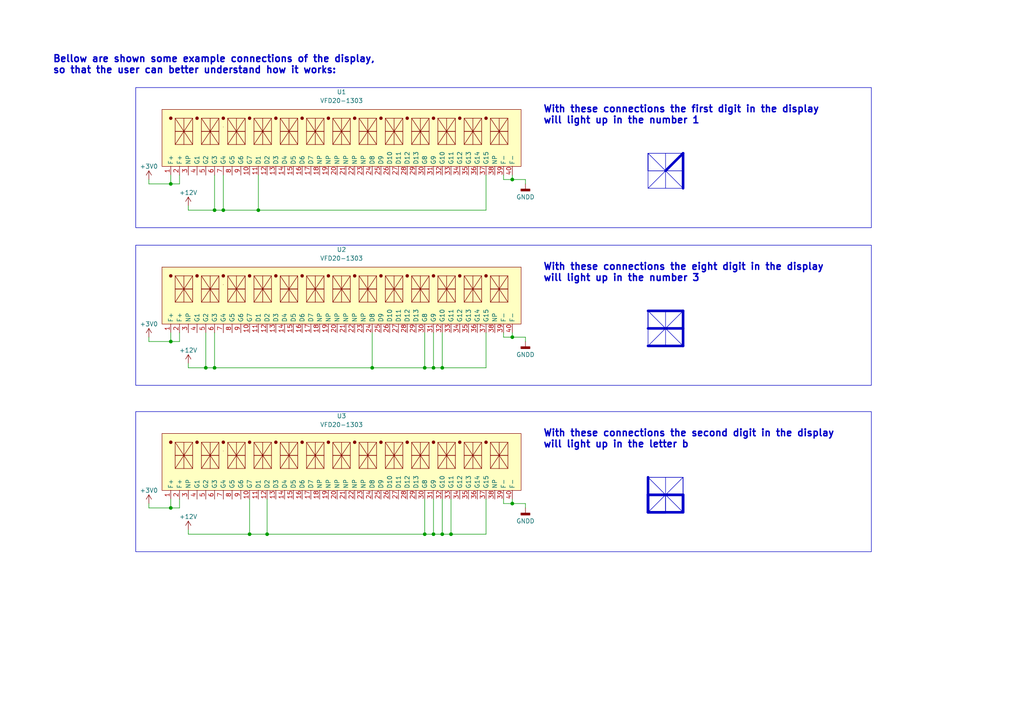
<source format=kicad_sch>
(kicad_sch (version 20230121) (generator eeschema)

  (uuid e5dc7888-b63e-4a2c-b8ff-9959e9031c49)

  (paper "A4")

  (lib_symbols
    (symbol "display:VFD" (in_bom yes) (on_board yes)
      (property "Reference" "U" (at 73.66 12.7 0)
        (effects (font (size 1.27 1.27)))
      )
      (property "Value" "VFD" (at -26.67 12.7 0)
        (effects (font (size 1.27 1.27)))
      )
      (property "Footprint" "" (at 0 0 0)
        (effects (font (size 1.27 1.27)) hide)
      )
      (property "Datasheet" "" (at 0 0 0)
        (effects (font (size 1.27 1.27)) hide)
      )
      (symbol "VFD_1_1"
        (rectangle (start -29.21 11.43) (end 74.93 -5.08)
          (stroke (width 0) (type default))
          (fill (type background))
        )
        (circle (center -26.67 8.89) (radius 0.0001)
          (stroke (width 0.5) (type default))
          (fill (type none))
        )
        (rectangle (start -25.4 5.08) (end -20.32 1.27)
          (stroke (width 0) (type default))
          (fill (type none))
        )
        (rectangle (start -25.4 8.89) (end -20.32 5.08)
          (stroke (width 0) (type default))
          (fill (type none))
        )
        (circle (center -19.05 8.89) (radius 0.0001)
          (stroke (width 0.5) (type default))
          (fill (type none))
        )
        (rectangle (start -17.78 5.08) (end -12.7 1.27)
          (stroke (width 0) (type default))
          (fill (type none))
        )
        (rectangle (start -17.78 8.89) (end -12.7 5.08)
          (stroke (width 0) (type default))
          (fill (type none))
        )
        (rectangle (start -11.43 6.35) (end -11.43 6.35)
          (stroke (width 0) (type default))
          (fill (type none))
        )
        (circle (center -11.43 8.89) (radius 0.0001)
          (stroke (width 0.5) (type default))
          (fill (type none))
        )
        (rectangle (start -10.16 5.08) (end -5.08 1.27)
          (stroke (width 0) (type default))
          (fill (type none))
        )
        (rectangle (start -10.16 8.89) (end -5.08 5.08)
          (stroke (width 0) (type default))
          (fill (type none))
        )
        (circle (center -3.81 8.89) (radius 0.0001)
          (stroke (width 0.5) (type default))
          (fill (type none))
        )
        (rectangle (start -2.54 5.08) (end 2.54 1.27)
          (stroke (width 0) (type default))
          (fill (type none))
        )
        (rectangle (start -2.54 8.89) (end 2.54 5.08)
          (stroke (width 0) (type default))
          (fill (type none))
        )
        (polyline
          (pts
            (xy -25.4 8.89)
            (xy -20.32 1.27)
          )
          (stroke (width 0) (type default))
          (fill (type none))
        )
        (polyline
          (pts
            (xy -22.86 8.89)
            (xy -22.86 1.27)
          )
          (stroke (width 0) (type default))
          (fill (type none))
        )
        (polyline
          (pts
            (xy -20.32 8.89)
            (xy -25.4 1.27)
          )
          (stroke (width 0) (type default))
          (fill (type none))
        )
        (polyline
          (pts
            (xy -17.78 8.89)
            (xy -12.7 1.27)
          )
          (stroke (width 0) (type default))
          (fill (type none))
        )
        (polyline
          (pts
            (xy -15.24 8.89)
            (xy -15.24 1.27)
          )
          (stroke (width 0) (type default))
          (fill (type none))
        )
        (polyline
          (pts
            (xy -12.7 8.89)
            (xy -17.78 1.27)
          )
          (stroke (width 0) (type default))
          (fill (type none))
        )
        (polyline
          (pts
            (xy -10.16 8.89)
            (xy -5.08 1.27)
          )
          (stroke (width 0) (type default))
          (fill (type none))
        )
        (polyline
          (pts
            (xy -7.62 8.89)
            (xy -7.62 1.27)
          )
          (stroke (width 0) (type default))
          (fill (type none))
        )
        (polyline
          (pts
            (xy -5.08 8.89)
            (xy -10.16 1.27)
          )
          (stroke (width 0) (type default))
          (fill (type none))
        )
        (polyline
          (pts
            (xy -2.54 8.89)
            (xy 2.54 1.27)
          )
          (stroke (width 0) (type default))
          (fill (type none))
        )
        (polyline
          (pts
            (xy 0 8.89)
            (xy 0 1.27)
          )
          (stroke (width 0) (type default))
          (fill (type none))
        )
        (polyline
          (pts
            (xy 2.54 8.89)
            (xy -2.54 1.27)
          )
          (stroke (width 0) (type default))
          (fill (type none))
        )
        (polyline
          (pts
            (xy 5.08 8.89)
            (xy 10.16 1.27)
          )
          (stroke (width 0) (type default))
          (fill (type none))
        )
        (polyline
          (pts
            (xy 7.62 8.89)
            (xy 7.62 1.27)
          )
          (stroke (width 0) (type default))
          (fill (type none))
        )
        (polyline
          (pts
            (xy 10.16 8.89)
            (xy 5.08 1.27)
          )
          (stroke (width 0) (type default))
          (fill (type none))
        )
        (polyline
          (pts
            (xy 12.7 8.89)
            (xy 17.78 1.27)
          )
          (stroke (width 0) (type default))
          (fill (type none))
        )
        (polyline
          (pts
            (xy 15.24 8.89)
            (xy 15.24 1.27)
          )
          (stroke (width 0) (type default))
          (fill (type none))
        )
        (polyline
          (pts
            (xy 17.78 8.89)
            (xy 12.7 1.27)
          )
          (stroke (width 0) (type default))
          (fill (type none))
        )
        (polyline
          (pts
            (xy 20.32 8.89)
            (xy 25.4 1.27)
          )
          (stroke (width 0) (type default))
          (fill (type none))
        )
        (polyline
          (pts
            (xy 22.86 8.89)
            (xy 22.86 1.27)
          )
          (stroke (width 0) (type default))
          (fill (type none))
        )
        (polyline
          (pts
            (xy 25.4 8.89)
            (xy 20.32 1.27)
          )
          (stroke (width 0) (type default))
          (fill (type none))
        )
        (polyline
          (pts
            (xy 27.94 8.89)
            (xy 33.02 1.27)
          )
          (stroke (width 0) (type default))
          (fill (type none))
        )
        (polyline
          (pts
            (xy 30.48 8.89)
            (xy 30.48 1.27)
          )
          (stroke (width 0) (type default))
          (fill (type none))
        )
        (polyline
          (pts
            (xy 33.02 8.89)
            (xy 27.94 1.27)
          )
          (stroke (width 0) (type default))
          (fill (type none))
        )
        (polyline
          (pts
            (xy 35.56 8.89)
            (xy 40.64 1.27)
          )
          (stroke (width 0) (type default))
          (fill (type none))
        )
        (polyline
          (pts
            (xy 38.1 8.89)
            (xy 38.1 1.27)
          )
          (stroke (width 0) (type default))
          (fill (type none))
        )
        (polyline
          (pts
            (xy 40.64 8.89)
            (xy 35.56 1.27)
          )
          (stroke (width 0) (type default))
          (fill (type none))
        )
        (polyline
          (pts
            (xy 43.18 8.89)
            (xy 48.26 1.27)
          )
          (stroke (width 0) (type default))
          (fill (type none))
        )
        (polyline
          (pts
            (xy 45.72 8.89)
            (xy 45.72 1.27)
          )
          (stroke (width 0) (type default))
          (fill (type none))
        )
        (polyline
          (pts
            (xy 48.26 8.89)
            (xy 43.18 1.27)
          )
          (stroke (width 0) (type default))
          (fill (type none))
        )
        (polyline
          (pts
            (xy 50.8 8.89)
            (xy 55.88 1.27)
          )
          (stroke (width 0) (type default))
          (fill (type none))
        )
        (polyline
          (pts
            (xy 53.34 8.89)
            (xy 53.34 1.27)
          )
          (stroke (width 0) (type default))
          (fill (type none))
        )
        (polyline
          (pts
            (xy 55.88 8.89)
            (xy 50.8 1.27)
          )
          (stroke (width 0) (type default))
          (fill (type none))
        )
        (polyline
          (pts
            (xy 58.42 8.89)
            (xy 63.5 1.27)
          )
          (stroke (width 0) (type default))
          (fill (type none))
        )
        (polyline
          (pts
            (xy 60.96 8.89)
            (xy 60.96 1.27)
          )
          (stroke (width 0) (type default))
          (fill (type none))
        )
        (polyline
          (pts
            (xy 63.5 8.89)
            (xy 58.42 1.27)
          )
          (stroke (width 0) (type default))
          (fill (type none))
        )
        (polyline
          (pts
            (xy 66.04 8.89)
            (xy 71.12 1.27)
          )
          (stroke (width 0) (type default))
          (fill (type none))
        )
        (polyline
          (pts
            (xy 68.58 8.89)
            (xy 68.58 1.27)
          )
          (stroke (width 0) (type default))
          (fill (type none))
        )
        (polyline
          (pts
            (xy 71.12 8.89)
            (xy 66.04 1.27)
          )
          (stroke (width 0) (type default))
          (fill (type none))
        )
        (circle (center 3.81 8.89) (radius 0.0001)
          (stroke (width 0.5) (type default))
          (fill (type none))
        )
        (rectangle (start 5.08 5.08) (end 10.16 1.27)
          (stroke (width 0) (type default))
          (fill (type none))
        )
        (rectangle (start 5.08 8.89) (end 10.16 5.08)
          (stroke (width 0) (type default))
          (fill (type none))
        )
        (circle (center 11.43 8.89) (radius 0.0001)
          (stroke (width 0.5) (type default))
          (fill (type none))
        )
        (rectangle (start 12.7 5.08) (end 17.78 1.27)
          (stroke (width 0) (type default))
          (fill (type none))
        )
        (rectangle (start 12.7 8.89) (end 17.78 5.08)
          (stroke (width 0) (type default))
          (fill (type none))
        )
        (circle (center 19.05 8.89) (radius 0.0001)
          (stroke (width 0.5) (type default))
          (fill (type none))
        )
        (rectangle (start 20.32 5.08) (end 25.4 1.27)
          (stroke (width 0) (type default))
          (fill (type none))
        )
        (rectangle (start 20.32 8.89) (end 25.4 5.08)
          (stroke (width 0) (type default))
          (fill (type none))
        )
        (circle (center 26.67 8.89) (radius 0.0001)
          (stroke (width 0.5) (type default))
          (fill (type none))
        )
        (rectangle (start 27.94 5.08) (end 33.02 1.27)
          (stroke (width 0) (type default))
          (fill (type none))
        )
        (rectangle (start 27.94 8.89) (end 33.02 5.08)
          (stroke (width 0) (type default))
          (fill (type none))
        )
        (circle (center 34.29 8.89) (radius 0.0001)
          (stroke (width 0.5) (type default))
          (fill (type none))
        )
        (rectangle (start 35.56 5.08) (end 40.64 1.27)
          (stroke (width 0) (type default))
          (fill (type none))
        )
        (rectangle (start 35.56 8.89) (end 40.64 5.08)
          (stroke (width 0) (type default))
          (fill (type none))
        )
        (circle (center 41.91 8.89) (radius 0.0001)
          (stroke (width 0.5) (type default))
          (fill (type none))
        )
        (rectangle (start 43.18 5.08) (end 48.26 1.27)
          (stroke (width 0) (type default))
          (fill (type none))
        )
        (rectangle (start 43.18 8.89) (end 48.26 5.08)
          (stroke (width 0) (type default))
          (fill (type none))
        )
        (circle (center 49.53 8.89) (radius 0.0001)
          (stroke (width 0.5) (type default))
          (fill (type none))
        )
        (rectangle (start 50.8 5.08) (end 55.88 1.27)
          (stroke (width 0) (type default))
          (fill (type none))
        )
        (rectangle (start 50.8 8.89) (end 55.88 5.08)
          (stroke (width 0) (type default))
          (fill (type none))
        )
        (circle (center 57.15 8.89) (radius 0.0001)
          (stroke (width 0.5) (type default))
          (fill (type none))
        )
        (rectangle (start 58.42 5.08) (end 63.5 1.27)
          (stroke (width 0) (type default))
          (fill (type none))
        )
        (rectangle (start 58.42 8.89) (end 63.5 5.08)
          (stroke (width 0) (type default))
          (fill (type none))
        )
        (circle (center 64.77 8.89) (radius 0.0001)
          (stroke (width 0.5) (type default))
          (fill (type none))
        )
        (rectangle (start 66.04 5.08) (end 71.12 1.27)
          (stroke (width 0) (type default))
          (fill (type none))
        )
        (rectangle (start 66.04 8.89) (end 71.12 5.08)
          (stroke (width 0) (type default))
          (fill (type none))
        )
        (pin power_in line (at -26.67 -7.62 90) (length 2.54)
          (name "F+" (effects (font (size 1.27 1.27))))
          (number "1" (effects (font (size 1.27 1.27))))
        )
        (pin input line (at -3.81 -7.62 90) (length 2.54)
          (name "G7" (effects (font (size 1.27 1.27))))
          (number "10" (effects (font (size 1.27 1.27))))
        )
        (pin input line (at -1.27 -7.62 90) (length 2.54)
          (name "D1" (effects (font (size 1.27 1.27))))
          (number "11" (effects (font (size 1.27 1.27))))
        )
        (pin input line (at 1.27 -7.62 90) (length 2.54)
          (name "D2" (effects (font (size 1.27 1.27))))
          (number "12" (effects (font (size 1.27 1.27))))
        )
        (pin input line (at 3.81 -7.62 90) (length 2.54)
          (name "D3" (effects (font (size 1.27 1.27))))
          (number "13" (effects (font (size 1.27 1.27))))
        )
        (pin input line (at 6.35 -7.62 90) (length 2.54)
          (name "D4" (effects (font (size 1.27 1.27))))
          (number "14" (effects (font (size 1.27 1.27))))
        )
        (pin input line (at 8.89 -7.62 90) (length 2.54)
          (name "D5" (effects (font (size 1.27 1.27))))
          (number "15" (effects (font (size 1.27 1.27))))
        )
        (pin input line (at 11.43 -7.62 90) (length 2.54)
          (name "D6" (effects (font (size 1.27 1.27))))
          (number "16" (effects (font (size 1.27 1.27))))
        )
        (pin input line (at 13.97 -7.62 90) (length 2.54)
          (name "D7" (effects (font (size 1.27 1.27))))
          (number "17" (effects (font (size 1.27 1.27))))
        )
        (pin passive line (at 16.51 -7.62 90) (length 2.54)
          (name "NP" (effects (font (size 1.27 1.27))))
          (number "18" (effects (font (size 1.27 1.27))))
        )
        (pin passive line (at 19.05 -7.62 90) (length 2.54)
          (name "NP" (effects (font (size 1.27 1.27))))
          (number "19" (effects (font (size 1.27 1.27))))
        )
        (pin power_in line (at -24.13 -7.62 90) (length 2.54)
          (name "F+" (effects (font (size 1.27 1.27))))
          (number "2" (effects (font (size 1.27 1.27))))
        )
        (pin passive line (at 21.59 -7.62 90) (length 2.54)
          (name "NP" (effects (font (size 1.27 1.27))))
          (number "20" (effects (font (size 1.27 1.27))))
        )
        (pin passive line (at 24.13 -7.62 90) (length 2.54)
          (name "NP" (effects (font (size 1.27 1.27))))
          (number "21" (effects (font (size 1.27 1.27))))
        )
        (pin passive line (at 26.67 -7.62 90) (length 2.54)
          (name "NP" (effects (font (size 1.27 1.27))))
          (number "22" (effects (font (size 1.27 1.27))))
        )
        (pin passive line (at 29.21 -7.62 90) (length 2.54)
          (name "NP" (effects (font (size 1.27 1.27))))
          (number "23" (effects (font (size 1.27 1.27))))
        )
        (pin input line (at 31.75 -7.62 90) (length 2.54)
          (name "D8" (effects (font (size 1.27 1.27))))
          (number "24" (effects (font (size 1.27 1.27))))
        )
        (pin input line (at 34.29 -7.62 90) (length 2.54)
          (name "D9" (effects (font (size 1.27 1.27))))
          (number "25" (effects (font (size 1.27 1.27))))
        )
        (pin input line (at 36.83 -7.62 90) (length 2.54)
          (name "D10" (effects (font (size 1.27 1.27))))
          (number "26" (effects (font (size 1.27 1.27))))
        )
        (pin input line (at 39.37 -7.62 90) (length 2.54)
          (name "D11" (effects (font (size 1.27 1.27))))
          (number "27" (effects (font (size 1.27 1.27))))
        )
        (pin input line (at 41.91 -7.62 90) (length 2.54)
          (name "D12" (effects (font (size 1.27 1.27))))
          (number "28" (effects (font (size 1.27 1.27))))
        )
        (pin input line (at 44.45 -7.62 90) (length 2.54)
          (name "D13" (effects (font (size 1.27 1.27))))
          (number "29" (effects (font (size 1.27 1.27))))
        )
        (pin passive line (at -21.59 -7.62 90) (length 2.54)
          (name "NP" (effects (font (size 1.27 1.27))))
          (number "3" (effects (font (size 1.27 1.27))))
        )
        (pin input line (at 46.99 -7.62 90) (length 2.54)
          (name "G8" (effects (font (size 1.27 1.27))))
          (number "30" (effects (font (size 1.27 1.27))))
        )
        (pin input line (at 49.53 -7.62 90) (length 2.54)
          (name "G9" (effects (font (size 1.27 1.27))))
          (number "31" (effects (font (size 1.27 1.27))))
        )
        (pin input line (at 52.07 -7.62 90) (length 2.54)
          (name "G10" (effects (font (size 1.27 1.27))))
          (number "32" (effects (font (size 1.27 1.27))))
        )
        (pin input line (at 54.61 -7.62 90) (length 2.54)
          (name "G11" (effects (font (size 1.27 1.27))))
          (number "33" (effects (font (size 1.27 1.27))))
        )
        (pin input line (at 57.15 -7.62 90) (length 2.54)
          (name "G12" (effects (font (size 1.27 1.27))))
          (number "34" (effects (font (size 1.27 1.27))))
        )
        (pin input line (at 59.69 -7.62 90) (length 2.54)
          (name "G13" (effects (font (size 1.27 1.27))))
          (number "35" (effects (font (size 1.27 1.27))))
        )
        (pin input line (at 62.23 -7.62 90) (length 2.54)
          (name "G14" (effects (font (size 1.27 1.27))))
          (number "36" (effects (font (size 1.27 1.27))))
        )
        (pin input line (at 64.77 -7.62 90) (length 2.54)
          (name "G15" (effects (font (size 1.27 1.27))))
          (number "37" (effects (font (size 1.27 1.27))))
        )
        (pin passive line (at 67.31 -7.62 90) (length 2.54)
          (name "NP" (effects (font (size 1.27 1.27))))
          (number "38" (effects (font (size 1.27 1.27))))
        )
        (pin power_in line (at 69.85 -7.62 90) (length 2.54)
          (name "F-" (effects (font (size 1.27 1.27))))
          (number "39" (effects (font (size 1.27 1.27))))
        )
        (pin input line (at -19.05 -7.62 90) (length 2.54)
          (name "G1" (effects (font (size 1.27 1.27))))
          (number "4" (effects (font (size 1.27 1.27))))
        )
        (pin power_in line (at 72.39 -7.62 90) (length 2.54)
          (name "F-" (effects (font (size 1.27 1.27))))
          (number "40" (effects (font (size 1.27 1.27))))
        )
        (pin input line (at -16.51 -7.62 90) (length 2.54)
          (name "G2" (effects (font (size 1.27 1.27))))
          (number "5" (effects (font (size 1.27 1.27))))
        )
        (pin input line (at -13.97 -7.62 90) (length 2.54)
          (name "G3" (effects (font (size 1.27 1.27))))
          (number "6" (effects (font (size 1.27 1.27))))
        )
        (pin input line (at -11.43 -7.62 90) (length 2.54)
          (name "G4" (effects (font (size 1.27 1.27))))
          (number "7" (effects (font (size 1.27 1.27))))
        )
        (pin input line (at -8.89 -7.62 90) (length 2.54)
          (name "G5" (effects (font (size 1.27 1.27))))
          (number "8" (effects (font (size 1.27 1.27))))
        )
        (pin input line (at -6.35 -7.62 90) (length 2.54)
          (name "G6" (effects (font (size 1.27 1.27))))
          (number "9" (effects (font (size 1.27 1.27))))
        )
      )
    )
    (symbol "power:+12V" (power) (pin_names (offset 0)) (in_bom yes) (on_board yes)
      (property "Reference" "#PWR" (at 0 -3.81 0)
        (effects (font (size 1.27 1.27)) hide)
      )
      (property "Value" "+12V" (at 0 3.556 0)
        (effects (font (size 1.27 1.27)))
      )
      (property "Footprint" "" (at 0 0 0)
        (effects (font (size 1.27 1.27)) hide)
      )
      (property "Datasheet" "" (at 0 0 0)
        (effects (font (size 1.27 1.27)) hide)
      )
      (property "ki_keywords" "global power" (at 0 0 0)
        (effects (font (size 1.27 1.27)) hide)
      )
      (property "ki_description" "Power symbol creates a global label with name \"+12V\"" (at 0 0 0)
        (effects (font (size 1.27 1.27)) hide)
      )
      (symbol "+12V_0_1"
        (polyline
          (pts
            (xy -0.762 1.27)
            (xy 0 2.54)
          )
          (stroke (width 0) (type default))
          (fill (type none))
        )
        (polyline
          (pts
            (xy 0 0)
            (xy 0 2.54)
          )
          (stroke (width 0) (type default))
          (fill (type none))
        )
        (polyline
          (pts
            (xy 0 2.54)
            (xy 0.762 1.27)
          )
          (stroke (width 0) (type default))
          (fill (type none))
        )
      )
      (symbol "+12V_1_1"
        (pin power_in line (at 0 0 90) (length 0) hide
          (name "+12V" (effects (font (size 1.27 1.27))))
          (number "1" (effects (font (size 1.27 1.27))))
        )
      )
    )
    (symbol "power:+3V0" (power) (pin_names (offset 0)) (in_bom yes) (on_board yes)
      (property "Reference" "#PWR" (at 0 -3.81 0)
        (effects (font (size 1.27 1.27)) hide)
      )
      (property "Value" "+3V0" (at 0 3.556 0)
        (effects (font (size 1.27 1.27)))
      )
      (property "Footprint" "" (at 0 0 0)
        (effects (font (size 1.27 1.27)) hide)
      )
      (property "Datasheet" "" (at 0 0 0)
        (effects (font (size 1.27 1.27)) hide)
      )
      (property "ki_keywords" "global power" (at 0 0 0)
        (effects (font (size 1.27 1.27)) hide)
      )
      (property "ki_description" "Power symbol creates a global label with name \"+3V0\"" (at 0 0 0)
        (effects (font (size 1.27 1.27)) hide)
      )
      (symbol "+3V0_0_1"
        (polyline
          (pts
            (xy -0.762 1.27)
            (xy 0 2.54)
          )
          (stroke (width 0) (type default))
          (fill (type none))
        )
        (polyline
          (pts
            (xy 0 0)
            (xy 0 2.54)
          )
          (stroke (width 0) (type default))
          (fill (type none))
        )
        (polyline
          (pts
            (xy 0 2.54)
            (xy 0.762 1.27)
          )
          (stroke (width 0) (type default))
          (fill (type none))
        )
      )
      (symbol "+3V0_1_1"
        (pin power_in line (at 0 0 90) (length 0) hide
          (name "+3V0" (effects (font (size 1.27 1.27))))
          (number "1" (effects (font (size 1.27 1.27))))
        )
      )
    )
    (symbol "power:GNDD" (power) (pin_names (offset 0)) (in_bom yes) (on_board yes)
      (property "Reference" "#PWR" (at 0 -6.35 0)
        (effects (font (size 1.27 1.27)) hide)
      )
      (property "Value" "GNDD" (at 0 -3.175 0)
        (effects (font (size 1.27 1.27)))
      )
      (property "Footprint" "" (at 0 0 0)
        (effects (font (size 1.27 1.27)) hide)
      )
      (property "Datasheet" "" (at 0 0 0)
        (effects (font (size 1.27 1.27)) hide)
      )
      (property "ki_keywords" "global power" (at 0 0 0)
        (effects (font (size 1.27 1.27)) hide)
      )
      (property "ki_description" "Power symbol creates a global label with name \"GNDD\" , digital ground" (at 0 0 0)
        (effects (font (size 1.27 1.27)) hide)
      )
      (symbol "GNDD_0_1"
        (rectangle (start -1.27 -1.524) (end 1.27 -2.032)
          (stroke (width 0.254) (type default))
          (fill (type outline))
        )
        (polyline
          (pts
            (xy 0 0)
            (xy 0 -1.524)
          )
          (stroke (width 0) (type default))
          (fill (type none))
        )
      )
      (symbol "GNDD_1_1"
        (pin power_in line (at 0 0 270) (length 0) hide
          (name "GNDD" (effects (font (size 1.27 1.27))))
          (number "1" (effects (font (size 1.27 1.27))))
        )
      )
    )
  )

  (junction (at 49.53 53.34) (diameter 0) (color 0 0 0 0)
    (uuid 051a1fc9-5201-458a-a216-9fa00612a8cc)
  )
  (junction (at 74.93 60.96) (diameter 0) (color 0 0 0 0)
    (uuid 0b93aea5-c29f-4d74-89f3-d7d793bec0c6)
  )
  (junction (at 148.59 97.79) (diameter 0) (color 0 0 0 0)
    (uuid 1097a603-e6fa-4cc9-bec0-34a086e5d3da)
  )
  (junction (at 123.19 106.68) (diameter 0) (color 0 0 0 0)
    (uuid 1df8fa30-2e80-498c-a68c-3d10cc79f78b)
  )
  (junction (at 148.59 146.05) (diameter 0) (color 0 0 0 0)
    (uuid 2bd399cd-3d12-40f0-8773-5c3e31252cf2)
  )
  (junction (at 59.69 106.68) (diameter 0) (color 0 0 0 0)
    (uuid 3b0d56d9-27f8-4c87-944e-1f4310ba8c9b)
  )
  (junction (at 128.27 106.68) (diameter 0) (color 0 0 0 0)
    (uuid 6a8ffc89-5f9b-495b-80a3-66592b2e961b)
  )
  (junction (at 125.73 106.68) (diameter 0) (color 0 0 0 0)
    (uuid 6d9a509e-2daa-446a-8ca1-b45b23fb7d06)
  )
  (junction (at 130.81 154.94) (diameter 0) (color 0 0 0 0)
    (uuid 91846a20-b092-45f7-a936-d3c5cc03d1ff)
  )
  (junction (at 107.95 106.68) (diameter 0) (color 0 0 0 0)
    (uuid 92a09111-fe00-44d6-b985-c49f6427a089)
  )
  (junction (at 77.47 154.94) (diameter 0) (color 0 0 0 0)
    (uuid a6febe54-87e5-4a1a-9d9a-086350cd4889)
  )
  (junction (at 148.59 52.07) (diameter 0) (color 0 0 0 0)
    (uuid ad648f9e-83c2-47ae-8a76-fd1200f56b5c)
  )
  (junction (at 123.19 154.94) (diameter 0) (color 0 0 0 0)
    (uuid b5712451-8f1a-4da8-8d0a-0beb82df218d)
  )
  (junction (at 128.27 154.94) (diameter 0) (color 0 0 0 0)
    (uuid c346aea3-4e99-45ac-b155-53781a2b9853)
  )
  (junction (at 49.53 147.32) (diameter 0) (color 0 0 0 0)
    (uuid d3662d99-f5ec-42de-8959-36b577233ea9)
  )
  (junction (at 64.77 60.96) (diameter 0) (color 0 0 0 0)
    (uuid e1a6eff0-e2c4-49f5-a0c5-d08e05e3a2ac)
  )
  (junction (at 49.53 99.06) (diameter 0) (color 0 0 0 0)
    (uuid eb3c2711-a6af-446d-a97f-62bc780ab8ca)
  )
  (junction (at 125.73 154.94) (diameter 0) (color 0 0 0 0)
    (uuid ece962d3-f910-4722-8886-d8352bc021a6)
  )
  (junction (at 62.23 60.96) (diameter 0) (color 0 0 0 0)
    (uuid f706bb34-35f0-44c0-8fdb-bd5708ac6287)
  )
  (junction (at 62.23 106.68) (diameter 0) (color 0 0 0 0)
    (uuid fbdb9e83-cd6c-4105-9a32-4d3c47bed082)
  )
  (junction (at 72.39 154.94) (diameter 0) (color 0 0 0 0)
    (uuid fda106ca-0634-4a10-becf-5c6eff3ad8c0)
  )

  (wire (pts (xy 152.4 146.05) (xy 148.59 146.05))
    (stroke (width 0) (type default))
    (uuid 03bd1860-d05f-496a-b1c1-c9c6fb665cd6)
  )
  (wire (pts (xy 125.73 154.94) (xy 128.27 154.94))
    (stroke (width 0) (type default))
    (uuid 07992194-baac-4f5a-8e44-192af91a74ab)
  )
  (polyline (pts (xy 193.04 143.51) (xy 198.12 143.51))
    (stroke (width 0.75) (type default))
    (uuid 09b4b63b-b2b0-4606-99b1-221e0a707957)
  )

  (wire (pts (xy 54.61 106.68) (xy 59.69 106.68))
    (stroke (width 0) (type default))
    (uuid 0c4db575-a1e0-4379-acc4-7771e2242aaf)
  )
  (wire (pts (xy 125.73 144.78) (xy 125.73 154.94))
    (stroke (width 0) (type default))
    (uuid 0c678c5d-ced1-4311-975c-f99d79390b86)
  )
  (wire (pts (xy 152.4 146.05) (xy 152.4 147.32))
    (stroke (width 0) (type default))
    (uuid 0e416d6c-242d-41a7-863f-7902da8d2476)
  )
  (polyline (pts (xy 187.96 138.43) (xy 198.12 138.43))
    (stroke (width 0) (type default))
    (uuid 0f6ea39b-32b0-46a0-bd45-64d6d187f8bc)
  )

  (wire (pts (xy 125.73 106.68) (xy 128.27 106.68))
    (stroke (width 0) (type default))
    (uuid 12a79937-cc13-4f59-890d-9a909e7e0ddd)
  )
  (wire (pts (xy 43.18 52.07) (xy 43.18 53.34))
    (stroke (width 0) (type default))
    (uuid 13b5d080-6baa-4ba1-aabb-e52a9fe3da75)
  )
  (wire (pts (xy 52.07 99.06) (xy 49.53 99.06))
    (stroke (width 0) (type default))
    (uuid 168dce81-48c1-4bb3-a18f-d7197570ae77)
  )
  (polyline (pts (xy 187.96 148.59) (xy 193.04 143.51))
    (stroke (width 0) (type default))
    (uuid 17077126-8142-42ee-9bad-b18a4fbac02f)
  )

  (wire (pts (xy 152.4 97.79) (xy 148.59 97.79))
    (stroke (width 0) (type default))
    (uuid 171bd903-ce91-464d-b6e5-5e96a0eb0ee2)
  )
  (wire (pts (xy 74.93 60.96) (xy 74.93 50.8))
    (stroke (width 0) (type default))
    (uuid 172cad3f-63e8-40f2-806a-748101a87120)
  )
  (wire (pts (xy 54.61 60.96) (xy 54.61 59.69))
    (stroke (width 0) (type default))
    (uuid 1a3d0a18-f4c7-4b82-a6e4-9b2678212e6c)
  )
  (polyline (pts (xy 187.96 100.33) (xy 193.04 95.25))
    (stroke (width 0) (type default))
    (uuid 1aeb1acb-deae-4c36-bd7d-d67711ff75e1)
  )

  (wire (pts (xy 59.69 106.68) (xy 62.23 106.68))
    (stroke (width 0) (type default))
    (uuid 2292a20f-7469-4ae6-96ca-7d58571e5c33)
  )
  (wire (pts (xy 54.61 60.96) (xy 62.23 60.96))
    (stroke (width 0) (type default))
    (uuid 23cdbc0b-9d15-465c-b880-96fe343a4e2c)
  )
  (polyline (pts (xy 187.96 90.17) (xy 198.12 90.17))
    (stroke (width 0) (type default))
    (uuid 2d087163-89b0-4905-bf97-6caf30f48bc5)
  )
  (polyline (pts (xy 193.04 49.53) (xy 198.12 54.61))
    (stroke (width 0) (type default))
    (uuid 327e8b97-077a-4069-b409-a3bce4827179)
  )

  (wire (pts (xy 43.18 99.06) (xy 49.53 99.06))
    (stroke (width 0) (type default))
    (uuid 38ad9caa-f87f-4f64-ba1a-f7a68e6d0092)
  )
  (polyline (pts (xy 187.96 90.17) (xy 193.04 95.25))
    (stroke (width 0) (type default))
    (uuid 39457c0f-bfcc-41ab-bfb2-5b0a582b6924)
  )

  (wire (pts (xy 72.39 144.78) (xy 72.39 154.94))
    (stroke (width 0) (type default))
    (uuid 3a9952ec-bc79-4d5c-8a05-97f050919dc4)
  )
  (wire (pts (xy 43.18 97.79) (xy 43.18 99.06))
    (stroke (width 0) (type default))
    (uuid 3b472444-af8b-4b50-9f7b-8dce1973d978)
  )
  (polyline (pts (xy 193.04 90.17) (xy 193.04 100.33))
    (stroke (width 0) (type default))
    (uuid 3b51d859-d3e8-414f-849a-d307177a1715)
  )

  (wire (pts (xy 128.27 96.52) (xy 128.27 106.68))
    (stroke (width 0) (type default))
    (uuid 3eda5e94-1260-456b-9e13-fe1ab2ab74ea)
  )
  (wire (pts (xy 52.07 147.32) (xy 49.53 147.32))
    (stroke (width 0) (type default))
    (uuid 413bce42-dfcf-4865-a591-95d2b965eb7d)
  )
  (wire (pts (xy 123.19 106.68) (xy 125.73 106.68))
    (stroke (width 0) (type default))
    (uuid 415dd005-4846-4b19-bdc8-aab8b5c69dcf)
  )
  (polyline (pts (xy 187.96 143.51) (xy 187.96 148.59))
    (stroke (width 0.75) (type default))
    (uuid 424feac4-44e2-492d-aeef-3eef63dd4bf8)
  )

  (wire (pts (xy 152.4 52.07) (xy 148.59 52.07))
    (stroke (width 0) (type default))
    (uuid 439e486e-7402-423e-b180-3590f05700b5)
  )
  (wire (pts (xy 152.4 52.07) (xy 152.4 53.34))
    (stroke (width 0) (type default))
    (uuid 46860cef-4044-4a6d-92ca-9c912d6eef74)
  )
  (polyline (pts (xy 187.96 138.43) (xy 193.04 143.51))
    (stroke (width 0) (type default))
    (uuid 46b7f829-4c00-46c6-bd90-285ca222d491)
  )
  (polyline (pts (xy 187.96 95.25) (xy 193.04 95.25))
    (stroke (width 0) (type default))
    (uuid 47864a65-3632-46ce-8ede-297223eac876)
  )
  (polyline (pts (xy 198.12 44.45) (xy 198.12 44.45))
    (stroke (width 0) (type default))
    (uuid 479026f2-be08-48f6-8ec3-560a34327b10)
  )

  (wire (pts (xy 49.53 53.34) (xy 49.53 50.8))
    (stroke (width 0) (type default))
    (uuid 492a3675-14ad-49e4-8738-ea81050ebd6e)
  )
  (wire (pts (xy 77.47 144.78) (xy 77.47 154.94))
    (stroke (width 0) (type default))
    (uuid 4c7d9b72-9b06-4647-850c-8e4deaeb6947)
  )
  (polyline (pts (xy 198.12 90.17) (xy 193.04 95.25))
    (stroke (width 0) (type default))
    (uuid 4ccb95d5-92e5-4bea-8e5e-34481258d92f)
  )
  (polyline (pts (xy 187.96 100.33) (xy 198.12 100.33))
    (stroke (width 0.75) (type default))
    (uuid 4e01dfb9-b38d-4d21-b6f3-89e66418812e)
  )

  (wire (pts (xy 43.18 146.05) (xy 43.18 147.32))
    (stroke (width 0) (type default))
    (uuid 4edf62d6-8006-4b49-95ef-f2a9d76958c4)
  )
  (wire (pts (xy 128.27 154.94) (xy 130.81 154.94))
    (stroke (width 0) (type default))
    (uuid 4fb147e3-24f5-4627-aad2-18e7208ce87f)
  )
  (wire (pts (xy 77.47 154.94) (xy 123.19 154.94))
    (stroke (width 0) (type default))
    (uuid 50a75dac-a607-46f4-9fab-1d5926e66cb1)
  )
  (wire (pts (xy 140.97 60.96) (xy 74.93 60.96))
    (stroke (width 0) (type default))
    (uuid 53cae629-4c05-43c0-8b3a-6cc4271554ef)
  )
  (polyline (pts (xy 187.96 138.43) (xy 187.96 143.51))
    (stroke (width 0) (type default))
    (uuid 571e29b4-1c36-4569-8d78-b260210804c7)
  )
  (polyline (pts (xy 193.04 138.43) (xy 193.04 143.51))
    (stroke (width 0) (type default))
    (uuid 57972ac6-962f-4264-a071-efb606677a62)
  )
  (polyline (pts (xy 187.96 49.53) (xy 193.04 49.53))
    (stroke (width 0) (type default))
    (uuid 57ba8a2b-30cd-42ac-a37b-09f643f0db57)
  )

  (wire (pts (xy 152.4 97.79) (xy 152.4 99.06))
    (stroke (width 0) (type default))
    (uuid 58296784-1fd8-4559-9c88-3e6b55bd9de0)
  )
  (wire (pts (xy 146.05 96.52) (xy 146.05 97.79))
    (stroke (width 0) (type default))
    (uuid 5dc89448-695d-4e9a-b4e2-ab5126742187)
  )
  (polyline (pts (xy 198.12 90.17) (xy 198.12 100.33))
    (stroke (width 0.75) (type default))
    (uuid 5e58f20e-c1dc-4761-ad6a-0bc69e664c48)
  )
  (polyline (pts (xy 187.96 148.59) (xy 187.96 148.59))
    (stroke (width 0.75) (type default))
    (uuid 5fe892b5-ff85-4eb0-9593-1cefb1f9b898)
  )
  (polyline (pts (xy 187.96 138.43) (xy 189.23 138.43))
    (stroke (width 0) (type default))
    (uuid 6568fd82-e5e8-4365-a532-dd6e8591e033)
  )
  (polyline (pts (xy 193.04 148.59) (xy 193.04 143.51))
    (stroke (width 0) (type default))
    (uuid 6b7aa7dc-c26b-4dcf-85ee-c9519d95ee73)
  )
  (polyline (pts (xy 193.04 148.59) (xy 187.96 148.59))
    (stroke (width 0.75) (type default))
    (uuid 7160beb5-3803-4380-bd6a-5f1de19db4c4)
  )
  (polyline (pts (xy 187.96 90.17) (xy 187.96 95.25))
    (stroke (width 0) (type default))
    (uuid 755010f4-0803-49b5-8db7-8ddbfc5f06d3)
  )
  (polyline (pts (xy 193.04 143.51) (xy 198.12 148.59))
    (stroke (width 0) (type default))
    (uuid 7756cb14-ebc5-4950-adee-42ec73b876c1)
  )

  (wire (pts (xy 123.19 96.52) (xy 123.19 106.68))
    (stroke (width 0) (type default))
    (uuid 7d1dde25-e38b-4f72-9633-d9f426b82adb)
  )
  (wire (pts (xy 140.97 50.8) (xy 140.97 60.96))
    (stroke (width 0) (type default))
    (uuid 801eca7b-9011-450b-8794-bb8a3d954ced)
  )
  (wire (pts (xy 107.95 96.52) (xy 107.95 106.68))
    (stroke (width 0) (type default))
    (uuid 801f7891-c4c3-4f26-b04e-52c7519b97a8)
  )
  (polyline (pts (xy 193.04 143.51) (xy 193.04 148.59))
    (stroke (width 0) (type default))
    (uuid 8203d277-2f60-4f10-b82f-3253e51eeb68)
  )
  (polyline (pts (xy 187.96 54.61) (xy 193.04 49.53))
    (stroke (width 0) (type default))
    (uuid 83e8aa61-2cbf-4482-9626-6484fe5b792a)
  )
  (polyline (pts (xy 198.12 90.17) (xy 198.12 90.17))
    (stroke (width 0) (type default))
    (uuid 84a2470a-748f-47f3-afcf-fee085961e92)
  )

  (wire (pts (xy 52.07 96.52) (xy 52.07 99.06))
    (stroke (width 0) (type default))
    (uuid 8599ce7c-4a67-4334-a9cb-1af25e2d0c3b)
  )
  (polyline (pts (xy 187.96 95.25) (xy 198.12 95.25))
    (stroke (width 0.75) (type default))
    (uuid 87bee9b3-5723-4f20-990f-4615b8c3e2cc)
  )
  (polyline (pts (xy 187.96 44.45) (xy 193.04 49.53))
    (stroke (width 0) (type default))
    (uuid 899574f2-9d64-41b7-b6d9-158b56e7088c)
  )

  (wire (pts (xy 128.27 106.68) (xy 140.97 106.68))
    (stroke (width 0) (type default))
    (uuid 8a609389-d68c-4307-a3ac-c3a9174e8330)
  )
  (wire (pts (xy 59.69 96.52) (xy 59.69 106.68))
    (stroke (width 0) (type default))
    (uuid 8e3827d6-28d7-4fdb-80cb-de4ca763b98b)
  )
  (wire (pts (xy 54.61 106.68) (xy 54.61 105.41))
    (stroke (width 0) (type default))
    (uuid 9399b75f-df40-4ab7-b80c-5277ca0a34e6)
  )
  (wire (pts (xy 146.05 50.8) (xy 146.05 52.07))
    (stroke (width 0) (type default))
    (uuid 94d6e501-20dc-49e8-81f1-fbe22f6b114c)
  )
  (wire (pts (xy 43.18 53.34) (xy 49.53 53.34))
    (stroke (width 0) (type default))
    (uuid 94f6f472-fedf-4e21-a928-a83b3673697d)
  )
  (wire (pts (xy 123.19 144.78) (xy 123.19 154.94))
    (stroke (width 0) (type default))
    (uuid 9699945c-37d5-40ae-848c-29c7a9e941ec)
  )
  (polyline (pts (xy 187.96 138.43) (xy 198.12 138.43))
    (stroke (width 0) (type default))
    (uuid 9aa5652c-5a52-4808-ae9f-f747edabeaa7)
  )

  (wire (pts (xy 64.77 50.8) (xy 64.77 60.96))
    (stroke (width 0) (type default))
    (uuid 9e3471f6-837a-4f55-a5da-75696797f3fd)
  )
  (wire (pts (xy 49.53 147.32) (xy 49.53 144.78))
    (stroke (width 0) (type default))
    (uuid a019a227-91ab-46b0-a761-1004cd65a840)
  )
  (wire (pts (xy 148.59 96.52) (xy 148.59 97.79))
    (stroke (width 0) (type default))
    (uuid a081f0c9-9627-4d0a-b51a-78db5a3b2f05)
  )
  (wire (pts (xy 62.23 106.68) (xy 107.95 106.68))
    (stroke (width 0) (type default))
    (uuid a35d16f7-c2c3-4c57-9927-b82861d1f45a)
  )
  (polyline (pts (xy 198.12 138.43) (xy 193.04 143.51))
    (stroke (width 0) (type default))
    (uuid a7320948-5e32-4b1e-be6e-eb98f0030761)
  )

  (wire (pts (xy 148.59 50.8) (xy 148.59 52.07))
    (stroke (width 0) (type default))
    (uuid a77c9a73-edc1-4f48-ab11-7a5f592b2215)
  )
  (wire (pts (xy 123.19 154.94) (xy 125.73 154.94))
    (stroke (width 0) (type default))
    (uuid a8970fd3-a3ad-4529-8f09-012985fb6afd)
  )
  (wire (pts (xy 146.05 146.05) (xy 148.59 146.05))
    (stroke (width 0) (type default))
    (uuid a9ec2891-6c76-449a-b31d-9ddcc973842c)
  )
  (polyline (pts (xy 187.96 143.51) (xy 193.04 143.51))
    (stroke (width 0) (type default))
    (uuid aa516128-c839-417b-ba15-df9feff63654)
  )

  (wire (pts (xy 128.27 144.78) (xy 128.27 154.94))
    (stroke (width 0) (type default))
    (uuid b4a8007d-6c39-4f59-9e05-9052fc326181)
  )
  (polyline (pts (xy 198.12 138.43) (xy 198.12 138.43))
    (stroke (width 0) (type default))
    (uuid b4c711a6-05fe-4ad0-9327-c794990bea43)
  )

  (wire (pts (xy 62.23 96.52) (xy 62.23 106.68))
    (stroke (width 0) (type default))
    (uuid b4d1b42f-c188-49bc-827d-ff7bd5d45b7b)
  )
  (polyline (pts (xy 193.04 95.25) (xy 198.12 100.33))
    (stroke (width 0) (type default))
    (uuid b55e88e1-070b-4de6-a534-813d98cab708)
  )
  (polyline (pts (xy 198.12 143.51) (xy 198.12 148.59))
    (stroke (width 0.75) (type default))
    (uuid b933ad67-df3a-49f2-b7ce-fbb56a2741a7)
  )

  (wire (pts (xy 52.07 144.78) (xy 52.07 147.32))
    (stroke (width 0) (type default))
    (uuid ba10605b-44b8-418d-8198-57d3e1802591)
  )
  (wire (pts (xy 62.23 60.96) (xy 64.77 60.96))
    (stroke (width 0) (type default))
    (uuid c08a7042-ce89-4633-a3ba-53b1e44c4caf)
  )
  (polyline (pts (xy 187.96 44.45) (xy 187.96 49.53))
    (stroke (width 0) (type default))
    (uuid c0c4422c-0a9c-4c63-9cd1-bf0ed23563c3)
  )

  (wire (pts (xy 52.07 50.8) (xy 52.07 53.34))
    (stroke (width 0) (type default))
    (uuid c33f3611-efc7-4754-8d48-8decee61c5e2)
  )
  (wire (pts (xy 148.59 144.78) (xy 148.59 146.05))
    (stroke (width 0) (type default))
    (uuid cd9be6d5-b2c4-4a09-b10f-a78a121056ea)
  )
  (wire (pts (xy 140.97 144.78) (xy 140.97 154.94))
    (stroke (width 0) (type default))
    (uuid ce514c02-090b-4de8-9eea-52857363f8f4)
  )
  (wire (pts (xy 107.95 106.68) (xy 123.19 106.68))
    (stroke (width 0) (type default))
    (uuid d3636e95-50bb-4e8e-a585-91d8a93ff1ab)
  )
  (polyline (pts (xy 198.12 44.45) (xy 193.04 49.53))
    (stroke (width 0.75) (type default))
    (uuid d3e788b1-d8cf-4096-a82b-a001e9cc416f)
  )

  (wire (pts (xy 130.81 144.78) (xy 130.81 154.94))
    (stroke (width 0) (type default))
    (uuid d4302104-a067-4f08-a616-dd126d172907)
  )
  (polyline (pts (xy 187.96 90.17) (xy 198.12 90.17))
    (stroke (width 0.75) (type default))
    (uuid d4ea0556-fd1c-4b6c-90cf-e3f1eb2f515b)
  )

  (wire (pts (xy 146.05 144.78) (xy 146.05 146.05))
    (stroke (width 0) (type default))
    (uuid da2b42fc-b8b9-4f01-b6d4-98e5b6797578)
  )
  (polyline (pts (xy 187.96 148.59) (xy 193.04 148.59))
    (stroke (width 0) (type default))
    (uuid db4b147a-52d6-4aa2-a1cb-9463e4283399)
  )
  (polyline (pts (xy 198.12 44.45) (xy 198.12 54.61))
    (stroke (width 0.75) (type default))
    (uuid dd9892d4-e6c0-4f25-9708-e77f17362469)
  )

  (wire (pts (xy 43.18 147.32) (xy 49.53 147.32))
    (stroke (width 0) (type default))
    (uuid de0073f7-66d0-46d8-b833-72d4166d66d7)
  )
  (wire (pts (xy 52.07 53.34) (xy 49.53 53.34))
    (stroke (width 0) (type default))
    (uuid dec4f00d-d4e5-42ec-aa28-a2e8d019a835)
  )
  (wire (pts (xy 62.23 50.8) (xy 62.23 60.96))
    (stroke (width 0) (type default))
    (uuid e120aba7-86b2-4e04-b852-af54095389f1)
  )
  (wire (pts (xy 49.53 99.06) (xy 49.53 96.52))
    (stroke (width 0) (type default))
    (uuid e1473d9d-ddff-4002-b8a5-c276364360ac)
  )
  (polyline (pts (xy 191.77 148.59) (xy 193.04 148.59))
    (stroke (width 0) (type default))
    (uuid e28b2c4a-dc38-44cf-b8ea-918d26397693)
  )
  (polyline (pts (xy 187.96 90.17) (xy 198.12 90.17))
    (stroke (width 0) (type default))
    (uuid e2ed6637-8e06-46b7-bf6b-9a325f824d08)
  )
  (polyline (pts (xy 193.04 148.59) (xy 187.96 148.59))
    (stroke (width 0) (type default))
    (uuid e3d0f05a-12dc-4bf6-9952-5f96b8c3b6da)
  )

  (wire (pts (xy 140.97 96.52) (xy 140.97 106.68))
    (stroke (width 0) (type default))
    (uuid e46383bb-9a49-43d0-824a-06ec26d4da33)
  )
  (polyline (pts (xy 187.96 90.17) (xy 189.23 90.17))
    (stroke (width 0) (type default))
    (uuid e4b8ec91-d3e7-47b6-a6aa-bd303177827f)
  )

  (wire (pts (xy 54.61 154.94) (xy 54.61 153.67))
    (stroke (width 0) (type default))
    (uuid e524d94b-904e-4aad-aaf9-4cc91cc4ccf5)
  )
  (wire (pts (xy 125.73 96.52) (xy 125.73 106.68))
    (stroke (width 0) (type default))
    (uuid e57dd0b8-cbfc-47ea-9177-aef62409f648)
  )
  (wire (pts (xy 54.61 154.94) (xy 72.39 154.94))
    (stroke (width 0) (type default))
    (uuid e8fcd289-779e-47fd-b61b-b9ce541e06fd)
  )
  (polyline (pts (xy 187.96 138.43) (xy 187.96 143.51))
    (stroke (width 0.75) (type default))
    (uuid e9d8d053-87e2-4693-8889-36f7ac5a93d5)
  )

  (wire (pts (xy 64.77 60.96) (xy 74.93 60.96))
    (stroke (width 0) (type default))
    (uuid ebaef953-3aa9-4aba-8bde-e70f5b84ad2e)
  )
  (polyline (pts (xy 193.04 44.45) (xy 193.04 54.61))
    (stroke (width 0) (type default))
    (uuid f2ce5953-f508-4980-a194-e3d0e4d31114)
  )

  (wire (pts (xy 146.05 52.07) (xy 148.59 52.07))
    (stroke (width 0) (type default))
    (uuid f3200dea-6218-4a2d-bbc3-f2578f4dd523)
  )
  (polyline (pts (xy 187.96 143.51) (xy 193.04 143.51))
    (stroke (width 0.75) (type default))
    (uuid f4149c06-2d30-43f5-bf7b-b3483dd3b6fb)
  )

  (wire (pts (xy 130.81 154.94) (xy 140.97 154.94))
    (stroke (width 0) (type default))
    (uuid f5d3517e-b5e4-4611-969e-0c4d70d2cd64)
  )
  (wire (pts (xy 72.39 154.94) (xy 77.47 154.94))
    (stroke (width 0) (type default))
    (uuid f675ee69-3402-4c49-8549-1d5e5e525c56)
  )
  (wire (pts (xy 146.05 97.79) (xy 148.59 97.79))
    (stroke (width 0) (type default))
    (uuid fb82d81b-ac02-4420-b7f5-7443ff9046e3)
  )

  (rectangle (start 39.37 71.12) (end 252.73 111.76)
    (stroke (width 0) (type default))
    (fill (type none))
    (uuid 1242ab58-0029-4f2f-8b60-13ede052a07a)
  )
  (rectangle (start 187.96 49.53) (end 198.12 54.61)
    (stroke (width 0) (type default))
    (fill (type none))
    (uuid 14aedbb7-22d8-47bb-83d1-80a7a0a09dfc)
  )
  (rectangle (start 187.96 44.45) (end 198.12 49.53)
    (stroke (width 0) (type default))
    (fill (type none))
    (uuid 4d3857f4-1b65-427c-85fc-f808af101cb2)
  )
  (rectangle (start 187.96 138.43) (end 198.12 143.51)
    (stroke (width 0) (type default))
    (fill (type none))
    (uuid 62423f51-b27f-4ca9-ac77-059d90ce8632)
  )
  (rectangle (start 187.96 138.43) (end 198.12 143.51)
    (stroke (width 0) (type default))
    (fill (type none))
    (uuid 7c9625d4-0ecb-43d1-b797-afff7ecef506)
  )
  (rectangle (start 39.37 119.38) (end 252.73 160.02)
    (stroke (width 0) (type default))
    (fill (type none))
    (uuid 87663ff7-ff42-412d-825f-11bf1a0fa7b2)
  )
  (rectangle (start 187.96 95.25) (end 198.12 100.33)
    (stroke (width 0) (type default))
    (fill (type none))
    (uuid 8a7500bf-ead7-4ae4-96b1-9daf5699afdc)
  )
  (rectangle (start 187.96 143.51) (end 198.12 148.59)
    (stroke (width 0.75) (type default))
    (fill (type none))
    (uuid 9680eae3-0dad-4ad0-a2d9-408b26ef8ab7)
  )
  (rectangle (start 187.96 90.17) (end 198.12 95.25)
    (stroke (width 0) (type default))
    (fill (type none))
    (uuid 9a519836-a689-40dc-af0c-4c9c5fe7e9e2)
  )
  (rectangle (start 187.96 90.17) (end 198.12 95.25)
    (stroke (width 0) (type default))
    (fill (type none))
    (uuid 9dc814db-f512-43cc-8fc2-844c15f69faf)
  )
  (rectangle (start 39.37 25.4) (end 252.73 66.04)
    (stroke (width 0) (type default))
    (fill (type none))
    (uuid ebc937fc-9383-4a71-a09b-c3f9a58bc6cc)
  )
  (rectangle (start 187.96 44.45) (end 198.12 49.53)
    (stroke (width 0) (type default))
    (fill (type none))
    (uuid f6fe2205-3c60-44f0-b69a-efa7976c4109)
  )

  (text "With these connections the eight digit in the display\nwill light up in the number 3\n\n"
    (at 157.48 85.09 0)
    (effects (font (size 2 2) bold) (justify left bottom))
    (uuid 0089c9cc-ccb5-48da-88f1-88a1237d6ac5)
  )
  (text "Bellow are shown some example connections of the display,\nso that the user can better understand how it works:"
    (at 15.24 21.59 0)
    (effects (font (size 2 2) (thickness 0.4) bold) (justify left bottom))
    (uuid 32331eab-715a-4993-b3e3-882445a5958c)
  )
  (text "With these connections the second digit in the display\nwill light up in the letter b\n\n"
    (at 157.48 133.35 0)
    (effects (font (size 2 2) bold) (justify left bottom))
    (uuid 6b619aea-c1e2-4eee-aec9-e5d02d501c4a)
  )
  (text "With these connections the first digit in the display\nwill light up in the number 1\n\n"
    (at 157.48 39.37 0)
    (effects (font (size 2 2) bold) (justify left bottom))
    (uuid fbe719fd-16b3-4cfe-8ce9-d815a0796701)
  )

  (symbol (lib_id "power:+12V") (at 54.61 153.67 0) (unit 1)
    (in_bom yes) (on_board yes) (dnp no)
    (uuid 009716d4-a774-468b-a967-fc9599cbd4b1)
    (property "Reference" "#PWR08" (at 54.61 157.48 0)
      (effects (font (size 1.27 1.27)) hide)
    )
    (property "Value" "+12V" (at 54.61 149.86 0)
      (effects (font (size 1.27 1.27)))
    )
    (property "Footprint" "" (at 54.61 153.67 0)
      (effects (font (size 1.27 1.27)) hide)
    )
    (property "Datasheet" "" (at 54.61 153.67 0)
      (effects (font (size 1.27 1.27)) hide)
    )
    (pin "1" (uuid c8770cc9-bb1e-4e10-8ffa-ce26231580a6))
    (instances
      (project "vacuum display"
        (path "/e5dc7888-b63e-4a2c-b8ff-9959e9031c49"
          (reference "#PWR08") (unit 1)
        )
      )
    )
  )

  (symbol (lib_id "power:+3V0") (at 43.18 52.07 0) (unit 1)
    (in_bom yes) (on_board yes) (dnp no)
    (uuid 015ccfb9-e0db-4c1d-af94-2526fa927136)
    (property "Reference" "#PWR01" (at 43.18 55.88 0)
      (effects (font (size 1.27 1.27)) hide)
    )
    (property "Value" "+3V0" (at 43.18 48.26 0)
      (effects (font (size 1.27 1.27)))
    )
    (property "Footprint" "" (at 43.18 52.07 0)
      (effects (font (size 1.27 1.27)) hide)
    )
    (property "Datasheet" "" (at 43.18 52.07 0)
      (effects (font (size 1.27 1.27)) hide)
    )
    (pin "1" (uuid 0e209ee9-711f-42ca-b6aa-f60240054c87))
    (instances
      (project "vacuum display"
        (path "/e5dc7888-b63e-4a2c-b8ff-9959e9031c49"
          (reference "#PWR01") (unit 1)
        )
      )
    )
  )

  (symbol (lib_id "display:VFD") (at 76.2 137.16 0) (unit 1)
    (in_bom yes) (on_board yes) (dnp no) (fields_autoplaced)
    (uuid 433a96e5-eb84-400e-a616-4add38f3c76c)
    (property "Reference" "U3" (at 99.06 120.65 0)
      (effects (font (size 1.27 1.27)))
    )
    (property "Value" "VFD20-1303" (at 99.06 123.19 0)
      (effects (font (size 1.27 1.27)))
    )
    (property "Footprint" "" (at 76.2 137.16 0)
      (effects (font (size 1.27 1.27)) hide)
    )
    (property "Datasheet" "" (at 76.2 137.16 0)
      (effects (font (size 1.27 1.27)) hide)
    )
    (pin "1" (uuid 936409e4-0bb3-4aa1-b173-329abd0b64d6))
    (pin "10" (uuid 795e0868-559e-4580-b362-6edbfd8a284d))
    (pin "11" (uuid b073193b-2096-461e-a53f-6a8e0c14a13f))
    (pin "12" (uuid 15e7bc3c-455a-48e7-817e-6e226f54b689))
    (pin "13" (uuid 067f4c5a-0771-4cef-ae0d-785b81dd2e37))
    (pin "14" (uuid 7579e9a6-3764-475f-bfc5-965ecd73f084))
    (pin "15" (uuid 9753ecbe-ba9e-4091-b805-6c9975faf706))
    (pin "16" (uuid 1749fa91-6faa-4932-8e02-4a7a8d38b940))
    (pin "17" (uuid ab57cdf7-39b5-4ff2-bda7-562c438a8f6d))
    (pin "18" (uuid 0f113b85-5cca-4e30-8788-350a10f52f50))
    (pin "19" (uuid 18d56cb5-6687-422d-a33b-dea41e6b2f15))
    (pin "2" (uuid eae1d634-3985-49aa-96aa-abd9a8038a26))
    (pin "20" (uuid 7a221cce-f834-43a2-bbf0-11986c463271))
    (pin "21" (uuid 2d601248-d666-4cad-98b3-25e81688965d))
    (pin "22" (uuid 2be4e49d-be4c-4ac9-b1d9-16bfb807f21f))
    (pin "23" (uuid e04e95cb-8e02-4be0-af5a-0bc40b5d365f))
    (pin "24" (uuid f8fca3f9-2f8b-4db4-bab4-a9f1006efba6))
    (pin "25" (uuid 1c90cf19-2ace-4a66-a94f-dce9bd0cbaef))
    (pin "26" (uuid d571b36a-7636-4ac1-9096-84251e74777a))
    (pin "27" (uuid c4f84955-0772-40af-bac5-95c33bff5742))
    (pin "28" (uuid 30d02969-b0a4-4feb-bd4a-c2319f788205))
    (pin "29" (uuid 4d841dbc-c765-4cf4-af72-8112bba7740f))
    (pin "3" (uuid c46258ef-666e-4ece-95b5-851a8ff0083a))
    (pin "30" (uuid 365ae85d-17a4-4bbd-9661-85431ab467da))
    (pin "31" (uuid 8e1a4d37-5b9b-4382-ac62-66cb5703804d))
    (pin "32" (uuid eceba370-df68-4a4a-a45a-83c6e299f059))
    (pin "33" (uuid dd23ee17-b901-4515-b1cf-0da09f44ea7e))
    (pin "34" (uuid 0807a534-0774-4ac2-b31b-4cb0bcc6a211))
    (pin "35" (uuid b4bf97f0-049d-4bc1-ae04-0b88d1b1c962))
    (pin "36" (uuid b9352774-861a-4518-97f2-96eb901d05f1))
    (pin "37" (uuid 6f612ddc-dd2e-4335-bdc3-120d292cbc5f))
    (pin "38" (uuid 47c05eed-3792-4a69-8921-65ce3e229ca3))
    (pin "39" (uuid ce8ed08b-94d4-40e4-861a-e0a98504aac2))
    (pin "4" (uuid 6e7dd1b8-7494-42ab-8712-5f2882a6a74e))
    (pin "40" (uuid 659b4636-9de3-4669-9e27-056033cff24e))
    (pin "5" (uuid 87c08b05-48d3-45b4-a18f-64a2b260042f))
    (pin "6" (uuid 106f4729-a767-4f72-b56d-f027d0c162b2))
    (pin "7" (uuid e286a5a5-0ed3-47ca-83f8-d56e59ca6c68))
    (pin "8" (uuid c7d50c24-958d-4f80-85ed-8dbd57cbd890))
    (pin "9" (uuid 234cb612-c349-4600-aaf3-3d563f573f7b))
    (instances
      (project "vacuum display"
        (path "/e5dc7888-b63e-4a2c-b8ff-9959e9031c49"
          (reference "U3") (unit 1)
        )
      )
    )
  )

  (symbol (lib_id "power:GNDD") (at 152.4 147.32 0) (unit 1)
    (in_bom yes) (on_board yes) (dnp no) (fields_autoplaced)
    (uuid 6609fd3b-f73c-478a-9ef2-c0676dd22621)
    (property "Reference" "#PWR09" (at 152.4 153.67 0)
      (effects (font (size 1.27 1.27)) hide)
    )
    (property "Value" "GNDD" (at 152.4 151.13 0)
      (effects (font (size 1.27 1.27)))
    )
    (property "Footprint" "" (at 152.4 147.32 0)
      (effects (font (size 1.27 1.27)) hide)
    )
    (property "Datasheet" "" (at 152.4 147.32 0)
      (effects (font (size 1.27 1.27)) hide)
    )
    (pin "1" (uuid 03ba1d61-fa13-4167-a293-831be31583ba))
    (instances
      (project "vacuum display"
        (path "/e5dc7888-b63e-4a2c-b8ff-9959e9031c49"
          (reference "#PWR09") (unit 1)
        )
      )
    )
  )

  (symbol (lib_id "display:VFD") (at 76.2 43.18 0) (unit 1)
    (in_bom yes) (on_board yes) (dnp no) (fields_autoplaced)
    (uuid 7d030bbd-3c92-4f9a-81e6-1af7c4ace98e)
    (property "Reference" "U1" (at 99.06 26.67 0)
      (effects (font (size 1.27 1.27)))
    )
    (property "Value" "VFD20-1303" (at 99.06 29.21 0)
      (effects (font (size 1.27 1.27)))
    )
    (property "Footprint" "" (at 76.2 43.18 0)
      (effects (font (size 1.27 1.27)) hide)
    )
    (property "Datasheet" "" (at 76.2 43.18 0)
      (effects (font (size 1.27 1.27)) hide)
    )
    (pin "1" (uuid a523d036-e50d-4182-8d7f-cf4f567cb0b6))
    (pin "10" (uuid a96b07b4-aa5b-498e-a218-507e59a107ff))
    (pin "11" (uuid 133cc7d6-fa3c-4530-85f9-66f723e751b9))
    (pin "12" (uuid a33463e9-be5f-440c-b7c6-8050b477c274))
    (pin "13" (uuid 81f4a64a-f450-4974-b78e-cad81b53e2ab))
    (pin "14" (uuid 01e240d5-ef72-49ee-98b5-09c6c3fd722f))
    (pin "15" (uuid 95f800f6-97be-40db-8332-e1f1d7e8b486))
    (pin "16" (uuid d20681e8-e6b5-49e7-b08b-ffeaf29a97e6))
    (pin "17" (uuid 6f3eb936-ce9c-4bea-8f73-a5283679973d))
    (pin "18" (uuid 7b4eae2a-8355-4a27-a373-e6ffe981dfdb))
    (pin "19" (uuid a9862e8d-f008-475d-9ea9-b5dfc43a9799))
    (pin "2" (uuid 4673944e-06d1-458f-ac50-424cc93695e8))
    (pin "20" (uuid de409b3b-caab-4259-b13f-5a00e2a8fa7d))
    (pin "21" (uuid 3a119f5e-01ae-4ecd-babe-ca8ca2cc7f4b))
    (pin "22" (uuid 8194b521-59e6-4695-aa73-853bc662f99e))
    (pin "23" (uuid 1b6fd894-9d5d-4d94-bb3b-197e24743d22))
    (pin "24" (uuid 06dbde5e-b4ae-4159-a125-8c986f3479dd))
    (pin "25" (uuid e285a24e-8180-4b31-a97f-33e6fd3d22da))
    (pin "26" (uuid 5a3c2997-df57-4318-912c-4c556c0a904c))
    (pin "27" (uuid 03e67202-8c26-4bd8-93eb-3646fa2036b9))
    (pin "28" (uuid 52c43e7f-e881-4975-a606-5ffc7c61c331))
    (pin "29" (uuid 360f90c4-d956-4532-a0cb-7fbf80eb52f1))
    (pin "3" (uuid 447ce790-dc52-4220-ad6e-0a4a312d1d1b))
    (pin "30" (uuid 43c5bf1b-858f-4212-aa3e-0ee5d5d62450))
    (pin "31" (uuid 12a07bff-ceaf-493a-9903-6a8f12956274))
    (pin "32" (uuid f21aeaf5-da5d-4c79-975d-e8d732334532))
    (pin "33" (uuid 6f51a6e9-b406-41c0-b7df-faab46163f85))
    (pin "34" (uuid eba3245a-07e5-40e8-9221-6280620a2e0f))
    (pin "35" (uuid db394b46-f028-494e-8a66-4d5d6bd483ac))
    (pin "36" (uuid 9276967c-2ae2-447c-8ac6-8bbaa9d81013))
    (pin "37" (uuid 7969ca83-48d9-42da-beff-5367c42e8f5f))
    (pin "38" (uuid e7d7f233-d482-4525-af8c-8ffe3e535a6e))
    (pin "39" (uuid 55b8c70f-da67-4333-86f8-1cbb2e3bcde7))
    (pin "4" (uuid bbbd4569-325c-4dac-9f44-7508a471e1f7))
    (pin "40" (uuid 033ce585-13b2-4e7b-8b7f-c11961a298d8))
    (pin "5" (uuid 11129541-b511-485e-86ff-f61c6aa6488a))
    (pin "6" (uuid 038e8a1c-dd46-4e4c-b8b4-f8e5692d30c2))
    (pin "7" (uuid 3db6be80-5894-45fc-b9b8-8890f00df321))
    (pin "8" (uuid a4ca2e58-68fd-4858-897c-d2d958251480))
    (pin "9" (uuid 152926b3-9f8a-4e02-8bdc-dae88565cfe9))
    (instances
      (project "vacuum display"
        (path "/e5dc7888-b63e-4a2c-b8ff-9959e9031c49"
          (reference "U1") (unit 1)
        )
      )
    )
  )

  (symbol (lib_id "power:GNDD") (at 152.4 53.34 0) (unit 1)
    (in_bom yes) (on_board yes) (dnp no) (fields_autoplaced)
    (uuid 88e254bb-0fda-4022-aea9-6418a259e2ab)
    (property "Reference" "#PWR03" (at 152.4 59.69 0)
      (effects (font (size 1.27 1.27)) hide)
    )
    (property "Value" "GNDD" (at 152.4 57.15 0)
      (effects (font (size 1.27 1.27)))
    )
    (property "Footprint" "" (at 152.4 53.34 0)
      (effects (font (size 1.27 1.27)) hide)
    )
    (property "Datasheet" "" (at 152.4 53.34 0)
      (effects (font (size 1.27 1.27)) hide)
    )
    (pin "1" (uuid 1f3f100c-d90f-4278-8ac0-8f0b6fd709e1))
    (instances
      (project "vacuum display"
        (path "/e5dc7888-b63e-4a2c-b8ff-9959e9031c49"
          (reference "#PWR03") (unit 1)
        )
      )
    )
  )

  (symbol (lib_id "power:+12V") (at 54.61 59.69 0) (unit 1)
    (in_bom yes) (on_board yes) (dnp no)
    (uuid 987fdd1b-7c8a-435b-97d6-09745f2f3dd1)
    (property "Reference" "#PWR02" (at 54.61 63.5 0)
      (effects (font (size 1.27 1.27)) hide)
    )
    (property "Value" "+12V" (at 54.61 55.88 0)
      (effects (font (size 1.27 1.27)))
    )
    (property "Footprint" "" (at 54.61 59.69 0)
      (effects (font (size 1.27 1.27)) hide)
    )
    (property "Datasheet" "" (at 54.61 59.69 0)
      (effects (font (size 1.27 1.27)) hide)
    )
    (pin "1" (uuid 3081d3e1-ee7e-4db4-ad5f-5a3c6a262260))
    (instances
      (project "vacuum display"
        (path "/e5dc7888-b63e-4a2c-b8ff-9959e9031c49"
          (reference "#PWR02") (unit 1)
        )
      )
    )
  )

  (symbol (lib_id "power:+3V0") (at 43.18 97.79 0) (unit 1)
    (in_bom yes) (on_board yes) (dnp no)
    (uuid 9fae2bca-2fc5-4048-9e25-4b8083343417)
    (property "Reference" "#PWR04" (at 43.18 101.6 0)
      (effects (font (size 1.27 1.27)) hide)
    )
    (property "Value" "+3V0" (at 43.18 93.98 0)
      (effects (font (size 1.27 1.27)))
    )
    (property "Footprint" "" (at 43.18 97.79 0)
      (effects (font (size 1.27 1.27)) hide)
    )
    (property "Datasheet" "" (at 43.18 97.79 0)
      (effects (font (size 1.27 1.27)) hide)
    )
    (pin "1" (uuid 8c494d89-a717-4701-b757-1648cc260eb3))
    (instances
      (project "vacuum display"
        (path "/e5dc7888-b63e-4a2c-b8ff-9959e9031c49"
          (reference "#PWR04") (unit 1)
        )
      )
    )
  )

  (symbol (lib_id "power:GNDD") (at 152.4 99.06 0) (unit 1)
    (in_bom yes) (on_board yes) (dnp no) (fields_autoplaced)
    (uuid d46ca63d-e68f-4f6b-a858-6f620243a05f)
    (property "Reference" "#PWR06" (at 152.4 105.41 0)
      (effects (font (size 1.27 1.27)) hide)
    )
    (property "Value" "GNDD" (at 152.4 102.87 0)
      (effects (font (size 1.27 1.27)))
    )
    (property "Footprint" "" (at 152.4 99.06 0)
      (effects (font (size 1.27 1.27)) hide)
    )
    (property "Datasheet" "" (at 152.4 99.06 0)
      (effects (font (size 1.27 1.27)) hide)
    )
    (pin "1" (uuid 66cb0b4a-01dc-4894-8a14-7d91640b86cb))
    (instances
      (project "vacuum display"
        (path "/e5dc7888-b63e-4a2c-b8ff-9959e9031c49"
          (reference "#PWR06") (unit 1)
        )
      )
    )
  )

  (symbol (lib_id "power:+3V0") (at 43.18 146.05 0) (unit 1)
    (in_bom yes) (on_board yes) (dnp no)
    (uuid e1c5dbc8-2b45-4f05-969e-287a652adbd4)
    (property "Reference" "#PWR07" (at 43.18 149.86 0)
      (effects (font (size 1.27 1.27)) hide)
    )
    (property "Value" "+3V0" (at 43.18 142.24 0)
      (effects (font (size 1.27 1.27)))
    )
    (property "Footprint" "" (at 43.18 146.05 0)
      (effects (font (size 1.27 1.27)) hide)
    )
    (property "Datasheet" "" (at 43.18 146.05 0)
      (effects (font (size 1.27 1.27)) hide)
    )
    (pin "1" (uuid 7fd1218f-d4f6-4d67-b9e0-bce7a7be06b0))
    (instances
      (project "vacuum display"
        (path "/e5dc7888-b63e-4a2c-b8ff-9959e9031c49"
          (reference "#PWR07") (unit 1)
        )
      )
    )
  )

  (symbol (lib_id "display:VFD") (at 76.2 88.9 0) (unit 1)
    (in_bom yes) (on_board yes) (dnp no) (fields_autoplaced)
    (uuid edfecce5-782c-4125-bae4-11dd916e1567)
    (property "Reference" "U2" (at 99.06 72.39 0)
      (effects (font (size 1.27 1.27)))
    )
    (property "Value" "VFD20-1303" (at 99.06 74.93 0)
      (effects (font (size 1.27 1.27)))
    )
    (property "Footprint" "" (at 76.2 88.9 0)
      (effects (font (size 1.27 1.27)) hide)
    )
    (property "Datasheet" "" (at 76.2 88.9 0)
      (effects (font (size 1.27 1.27)) hide)
    )
    (pin "1" (uuid 833e0563-ca67-4889-ba6a-81069e496e01))
    (pin "10" (uuid d49dafd4-6483-43e3-b8e7-8d0b80c0b822))
    (pin "11" (uuid 2a7c266b-4530-49df-956f-ea6923dd975b))
    (pin "12" (uuid e530b4d5-0600-4b8f-b355-2ac91a6d4f1c))
    (pin "13" (uuid 783513bd-7fe2-4912-95ff-9977e42c94c0))
    (pin "14" (uuid e6b0cde5-ac3f-4219-8ec7-eeed0237e820))
    (pin "15" (uuid 02e430d3-b538-42bb-865d-0ce2e03458e1))
    (pin "16" (uuid ed37ddde-94f3-4ace-8900-84f35deb1e72))
    (pin "17" (uuid c9eea181-0201-41e4-962f-d053cd1466cf))
    (pin "18" (uuid 5d3aee58-070d-4f0e-88b7-6a7526b24e17))
    (pin "19" (uuid 43fc5948-2de9-42ec-932a-17b8eaa7237e))
    (pin "2" (uuid df7b56a8-43d9-4dcc-9c87-ae0e577a9442))
    (pin "20" (uuid 052d57c3-34c1-438e-a60f-e87507cf600f))
    (pin "21" (uuid ccdad951-661a-4eff-861d-c604b41e3996))
    (pin "22" (uuid 9a8da2fd-5b10-4c1c-9659-83e77cf7a10a))
    (pin "23" (uuid 1aa05b0e-347b-43d5-9707-036b7115cff2))
    (pin "24" (uuid f8f56062-5d2b-4dc3-aa2e-dd85243cd61c))
    (pin "25" (uuid 3caf8a08-5bb0-4496-b0fc-4310f524c4e5))
    (pin "26" (uuid 50b8f67f-a18f-4456-880c-33944e50baa5))
    (pin "27" (uuid 230d4f2f-01d0-4f37-b89e-336a20b4b633))
    (pin "28" (uuid 29c134b0-12a7-47f2-87e9-f5d0c820d7a1))
    (pin "29" (uuid 15efe2e6-101f-4e0e-96ac-9ef18ebf3b86))
    (pin "3" (uuid d1c717c5-f914-4d9c-9f17-ac484ea368b8))
    (pin "30" (uuid 911fd14d-ebd7-4381-bbb0-b3d11adc2886))
    (pin "31" (uuid 4f0a682a-e794-4777-96b4-e288c5d3c965))
    (pin "32" (uuid 2ebfce1f-0fff-42db-a55a-fcb0ab2b6629))
    (pin "33" (uuid e869aa64-0e7c-454c-b209-1c0415202482))
    (pin "34" (uuid da294e38-b2b3-46f8-8113-c16ae8ed1282))
    (pin "35" (uuid 17a6c001-2f8a-4a02-b160-d868c535da78))
    (pin "36" (uuid 344f6bec-7dfd-447b-8354-0f5c1f3b24cf))
    (pin "37" (uuid 67f0f535-657f-45e1-97a9-788cbbee2cf9))
    (pin "38" (uuid f96dd9fa-c8bd-46c7-a656-9c9083bbee94))
    (pin "39" (uuid f180a82b-fab6-4964-b55f-75e88fa7e055))
    (pin "4" (uuid ee331ace-12ab-4656-967f-e149a73c0221))
    (pin "40" (uuid 42c0b383-fcb1-4296-9448-2601e6dd94e9))
    (pin "5" (uuid 48816702-1ab2-41df-8eec-189a874bddc3))
    (pin "6" (uuid 99e05d7a-c92a-43d9-a886-f0915f5bfd31))
    (pin "7" (uuid fcc1ec7c-0bf7-4617-96f8-8fbb02758a58))
    (pin "8" (uuid 67ddd521-7217-4cc6-b5e7-3495669b6640))
    (pin "9" (uuid 47fa3281-598e-41b7-a164-3060c09529b1))
    (instances
      (project "vacuum display"
        (path "/e5dc7888-b63e-4a2c-b8ff-9959e9031c49"
          (reference "U2") (unit 1)
        )
      )
    )
  )

  (symbol (lib_id "power:+12V") (at 54.61 105.41 0) (unit 1)
    (in_bom yes) (on_board yes) (dnp no)
    (uuid ff0ed777-5f20-46e6-b14f-4c2263bb74ba)
    (property "Reference" "#PWR05" (at 54.61 109.22 0)
      (effects (font (size 1.27 1.27)) hide)
    )
    (property "Value" "+12V" (at 54.61 101.6 0)
      (effects (font (size 1.27 1.27)))
    )
    (property "Footprint" "" (at 54.61 105.41 0)
      (effects (font (size 1.27 1.27)) hide)
    )
    (property "Datasheet" "" (at 54.61 105.41 0)
      (effects (font (size 1.27 1.27)) hide)
    )
    (pin "1" (uuid 39d5e373-5eca-4a3c-9c4e-305f7ec0bb62))
    (instances
      (project "vacuum display"
        (path "/e5dc7888-b63e-4a2c-b8ff-9959e9031c49"
          (reference "#PWR05") (unit 1)
        )
      )
    )
  )

  (sheet_instances
    (path "/" (page "1"))
  )
)

</source>
